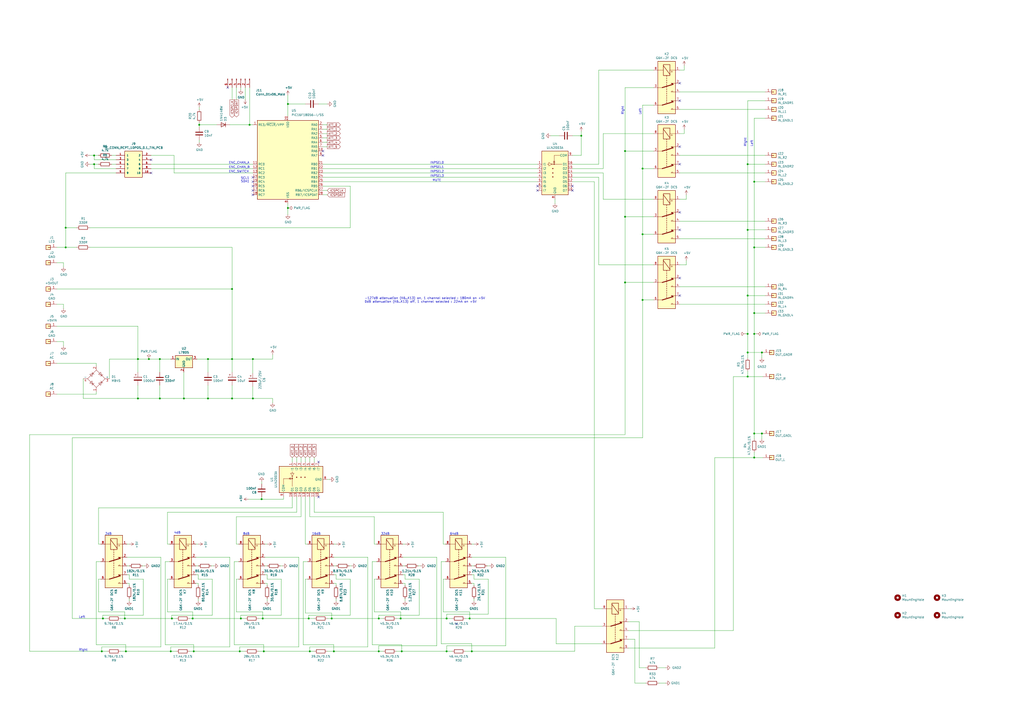
<source format=kicad_sch>
(kicad_sch (version 20211123) (generator eeschema)
  (paper "A2")
  (title_block (title "Audio Input Selector with Attenuator V2") (date "2022-08-27") (rev "2") (comment 1 "https://github.com/schenkmi/electronic-projects"))
  (junction (at 433.705 218.44))
  (junction (at 86.36 208.28))
  (junction (at 433.705 193.675))
  (junction (at 139.7 358.775))
  (junction (at 120.65 231.14))
  (junction (at 167.005 60.325))
  (junction (at 153.035 377.825))
  (junction (at 144.78 72.39))
  (junction (at 139.065 377.825))
  (junction (at 437.515 265.43))
  (junction (at 151.765 289.56))
  (junction (at 112.395 377.825))
  (junction (at 372.745 173.99))
  (junction (at 437.515 181.61))
  (junction (at 232.41 358.775))
  (junction (at 179.07 358.775))
  (junction (at 362.585 163.83))
  (junction (at 59.055 377.825))
  (junction (at 146.685 231.14))
  (junction (at 72.39 358.775))
  (junction (at 259.08 358.775))
  (junction (at 259.08 377.825))
  (junction (at 152.4 358.775))
  (junction (at 99.06 377.825))
  (junction (at 80.01 208.28))
  (junction (at 134.62 208.28))
  (junction (at 120.65 208.28))
  (junction (at 441.96 204.47))
  (junction (at 80.01 231.14))
  (junction (at 92.71 231.14))
  (junction (at 433.705 204.47))
  (junction (at 167.005 120.65))
  (junction (at 38.1 132.08))
  (junction (at 433.705 171.45))
  (junction (at 134.62 167.64))
  (junction (at 362.585 87.63))
  (junction (at 99.695 358.775))
  (junction (at 219.71 377.825))
  (junction (at 193.675 377.825))
  (junction (at 433.705 95.25))
  (junction (at 111.76 358.775))
  (junction (at 134.62 231.14))
  (junction (at 437.515 143.51))
  (junction (at 146.685 208.28))
  (junction (at 272.415 358.775))
  (junction (at 73.025 377.825))
  (junction (at 192.405 358.775))
  (junction (at 362.585 125.73))
  (junction (at 38.1 143.51))
  (junction (at 92.71 208.28))
  (junction (at 441.96 251.46))
  (junction (at 372.745 97.79))
  (junction (at 437.515 251.46))
  (junction (at 372.745 135.89))
  (junction (at 233.045 377.825))
  (junction (at 59.69 358.775))
  (junction (at 179.705 377.825))
  (junction (at 337.185 78.74))
  (junction (at 54.61 95.25))
  (junction (at 115.57 72.39))
  (junction (at 219.71 358.775))
  (junction (at 273.685 377.825))
  (junction (at 106.68 231.14))
  (junction (at 433.705 133.35))
  (junction (at 437.515 193.675))
  (junction (at 54.61 90.17))
  (junction (at 437.515 105.41))
  (no_connect (at 311.785 107.95))
  (no_connect (at 187.325 87.63))
  (no_connect (at 187.325 90.17))
  (no_connect (at 394.335 133.35))
  (no_connect (at 394.335 171.45))
  (no_connect (at 332.105 107.95))
  (no_connect (at 87.63 100.33))
  (no_connect (at 87.63 92.71))
  (no_connect (at 394.335 48.26))
  (no_connect (at 184.785 288.29))
  (no_connect (at 264.795 361.95))
  (no_connect (at 394.335 58.42))
  (no_connect (at 146.685 110.49))
  (no_connect (at 146.685 113.03))
  (no_connect (at 146.685 107.95))
  (no_connect (at 146.685 105.41))
  (no_connect (at 146.685 102.87))
  (no_connect (at 311.785 110.49))
  (no_connect (at 332.105 110.49))
  (no_connect (at 394.335 85.09))
  (no_connect (at 394.335 95.25))
  (no_connect (at 394.335 161.29))
  (no_connect (at 184.785 267.97))
  (no_connect (at 394.335 123.19))
  (no_connect (at 132.08 50.8))
  (wire (pts (xy 73.66 328.295) (xy 74.93 328.295)))
  (wire (pts (xy 72.39 358.775) (xy 99.695 358.775)))
  (wire (pts (xy 382.27 387.35) (xy 386.08 387.35)))
  (wire (pts (xy 72.39 354.965) (xy 72.39 358.775)))
  (wire (pts (xy 59.69 358.775) (xy 62.23 358.775)))
  (wire (pts (xy 179.705 265.43) (xy 179.705 267.97)))
  (wire (pts (xy 218.44 315.595) (xy 217.17 315.595)))
  (wire (pts (xy 189.865 377.825) (xy 193.675 377.825)))
  (wire (pts (xy 187.325 102.87) (xy 311.785 102.87)))
  (wire (pts (xy 433.705 204.47) (xy 441.96 204.47)))
  (wire (pts (xy 139.065 375.285) (xy 139.065 377.825)))
  (wire (pts (xy 153.67 333.375) (xy 154.94 333.375)))
  (wire (pts (xy 433.705 218.44) (xy 442.595 218.44)))
  (wire (pts (xy 396.875 77.47) (xy 396.875 74.93)))
  (wire (pts (xy 253.365 374.65) (xy 219.71 374.65)))
  (wire (pts (xy 172.085 265.43) (xy 172.085 267.97)))
  (wire (pts (xy 177.165 60.325) (xy 167.005 60.325)))
  (wire (pts (xy 344.805 105.41) (xy 332.105 105.41)))
  (wire (pts (xy 362.585 125.73) (xy 362.585 87.63)))
  (wire (pts (xy 154.94 335.915) (xy 163.195 335.915)))
  (wire (pts (xy 213.36 323.215) (xy 213.36 375.285)))
  (wire (pts (xy 139.065 377.825) (xy 142.24 377.825)))
  (wire (pts (xy 433.705 95.25) (xy 433.705 133.35)))
  (wire (pts (xy 55.88 210.82) (xy 55.88 212.09)))
  (wire (pts (xy 349.25 373.38) (xy 322.58 373.38)))
  (wire (pts (xy 55.88 325.755) (xy 55.88 374.015)))
  (wire (pts (xy 97.155 354.965) (xy 111.76 354.965)))
  (wire (pts (xy 437.515 193.675) (xy 437.515 251.46)))
  (wire (pts (xy 57.15 315.595) (xy 57.15 294.64)))
  (wire (pts (xy 437.515 105.41) (xy 437.515 68.58)))
  (wire (pts (xy 38.1 132.08) (xy 38.1 143.51)))
  (wire (pts (xy 38.1 100.33) (xy 67.31 100.33)))
  (wire (pts (xy 364.49 370.84) (xy 368.3 370.84)))
  (wire (pts (xy 54.61 92.71) (xy 54.61 90.17)))
  (wire (pts (xy 187.325 105.41) (xy 311.785 105.41)))
  (wire (pts (xy 67.31 92.71) (xy 54.61 92.71)))
  (wire (pts (xy 73.025 374.015) (xy 73.025 377.825)))
  (wire (pts (xy 203.2 107.95) (xy 203.2 132.08)))
  (wire (pts (xy 149.86 358.775) (xy 152.4 358.775)))
  (wire (pts (xy 432.435 193.675) (xy 433.705 193.675)))
  (wire (pts (xy 443.865 138.43) (xy 394.335 138.43)))
  (wire (pts (xy 139.7 356.87) (xy 139.7 358.775)))
  (wire (pts (xy 437.515 143.51) (xy 443.865 143.51)))
  (wire (pts (xy 122.555 328.295) (xy 123.825 328.295)))
  (wire (pts (xy 179.07 356.87) (xy 179.07 358.775)))
  (wire (pts (xy 217.17 315.595) (xy 217.17 299.72)))
  (wire (pts (xy 114.935 335.915) (xy 123.19 335.915)))
  (wire (pts (xy 344.805 353.06) (xy 349.25 353.06)))
  (wire (pts (xy 293.37 374.65) (xy 259.08 374.65)))
  (wire (pts (xy 106.68 231.14) (xy 92.71 231.14)))
  (wire (pts (xy 137.16 335.915) (xy 137.16 354.965)))
  (wire (pts (xy 273.685 373.38) (xy 273.685 377.825)))
  (wire (pts (xy 362.585 50.8) (xy 379.095 50.8)))
  (wire (pts (xy 134.62 231.14) (xy 120.65 231.14)))
  (wire (pts (xy 257.175 335.915) (xy 257.175 354.965)))
  (wire (pts (xy 433.705 204.47) (xy 433.705 207.645)))
  (wire (pts (xy 274.955 347.345) (xy 274.955 348.615)))
  (wire (pts (xy 189.865 358.775) (xy 192.405 358.775)))
  (wire (pts (xy 372.745 173.99) (xy 372.745 135.89)))
  (wire (pts (xy 133.35 72.39) (xy 144.78 72.39)))
  (wire (pts (xy 269.875 377.825) (xy 273.685 377.825)))
  (wire (pts (xy 59.055 375.285) (xy 59.055 377.825)))
  (wire (pts (xy 332.105 95.25) (xy 347.345 95.25)))
  (wire (pts (xy 55.88 374.015) (xy 73.025 374.015)))
  (wire (pts (xy 169.545 265.43) (xy 169.545 267.97)))
  (wire (pts (xy 233.68 315.595) (xy 234.95 315.595)))
  (wire (pts (xy 93.345 375.285) (xy 59.055 375.285)))
  (wire (pts (xy 151.765 289.56) (xy 164.465 289.56)))
  (wire (pts (xy 95.885 374.015) (xy 112.395 374.015)))
  (wire (pts (xy 368.3 396.24) (xy 374.65 396.24)))
  (wire (pts (xy 97.155 335.915) (xy 97.155 354.965)))
  (wire (pts (xy 213.36 375.285) (xy 179.705 375.285)))
  (wire (pts (xy 92.71 215.9) (xy 92.71 208.28)))
  (wire (pts (xy 59.69 356.87) (xy 59.69 358.775)))
  (wire (pts (xy 97.155 315.595) (xy 98.425 315.595)))
  (wire (pts (xy 146.685 100.33) (xy 100.965 100.33)))
  (wire (pts (xy 372.745 97.79) (xy 372.745 60.96)))
  (wire (pts (xy 332.105 90.17) (xy 337.185 90.17)))
  (wire (pts (xy 177.165 355.6) (xy 192.405 355.6)))
  (wire (pts (xy 194.945 347.345) (xy 194.945 348.615)))
  (wire (pts (xy 425.45 218.44) (xy 425.45 365.76)))
  (wire (pts (xy 414.655 265.43) (xy 437.515 265.43)))
  (wire (pts (xy 74.93 335.915) (xy 83.185 335.915)))
  (wire (pts (xy 114.3 208.28) (xy 120.65 208.28)))
  (wire (pts (xy 179.705 299.72) (xy 179.705 288.29)))
  (wire (pts (xy 83.185 335.915) (xy 83.185 356.87)))
  (wire (pts (xy 64.77 90.17) (xy 67.31 90.17)))
  (wire (pts (xy 272.415 358.775) (xy 322.58 358.775)))
  (wire (pts (xy 106.68 215.9) (xy 106.68 231.14)))
  (wire (pts (xy 134.62 143.51) (xy 134.62 167.64)))
  (wire (pts (xy 187.325 95.25) (xy 311.785 95.25)))
  (wire (pts (xy 178.435 315.595) (xy 177.165 315.595)))
  (wire (pts (xy 219.71 377.825) (xy 222.25 377.825)))
  (wire (pts (xy 17.145 252.095) (xy 362.585 252.095)))
  (wire (pts (xy 194.945 335.915) (xy 203.2 335.915)))
  (wire (pts (xy 362.585 125.73) (xy 379.095 125.73)))
  (wire (pts (xy 273.685 315.595) (xy 274.955 315.595)))
  (wire (pts (xy 441.96 251.46) (xy 441.96 254.635)))
  (wire (pts (xy 114.935 339.725) (xy 114.935 338.455)))
  (wire (pts (xy 437.515 181.61) (xy 437.515 193.675)))
  (wire (pts (xy 137.16 50.8) (xy 137.16 57.785)))
  (wire (pts (xy 73.66 333.375) (xy 74.93 333.375)))
  (wire (pts (xy 203.2 335.915) (xy 203.2 356.87)))
  (wire (pts (xy 257.175 315.595) (xy 257.175 297.18)))
  (wire (pts (xy 174.625 265.43) (xy 174.625 267.97)))
  (wire (pts (xy 138.43 325.755) (xy 135.89 325.755)))
  (wire (pts (xy 182.245 297.18) (xy 182.245 288.29)))
  (wire (pts (xy 92.71 208.28) (xy 99.06 208.28)))
  (wire (pts (xy 332.105 100.33) (xy 349.885 100.33)))
  (wire (pts (xy 38.1 143.51) (xy 44.45 143.51)))
  (wire (pts (xy 218.44 335.915) (xy 217.17 335.915)))
  (wire (pts (xy 219.71 358.775) (xy 222.25 358.775)))
  (wire (pts (xy 337.185 78.74) (xy 337.185 90.17)))
  (wire (pts (xy 154.94 339.725) (xy 154.94 338.455)))
  (wire (pts (xy 437.515 181.61) (xy 437.515 143.51)))
  (wire (pts (xy 174.625 299.72) (xy 137.16 299.72)))
  (wire (pts (xy 111.76 354.965) (xy 111.76 358.775)))
  (wire (pts (xy 234.95 333.375) (xy 234.95 335.915)))
  (wire (pts (xy 153.035 377.825) (xy 179.705 377.825)))
  (wire (pts (xy 218.44 325.755) (xy 215.9 325.755)))
  (wire (pts (xy 109.855 358.775) (xy 111.76 358.775)))
  (wire (pts (xy 152.4 358.775) (xy 179.07 358.775)))
  (wire (pts (xy 54.61 90.17) (xy 57.15 90.17)))
  (wire (pts (xy 74.93 333.375) (xy 74.93 335.915)))
  (wire (pts (xy 233.68 328.295) (xy 234.95 328.295)))
  (wire (pts (xy 36.83 200.66) (xy 36.83 198.12)))
  (wire (pts (xy 349.25 363.22) (xy 333.375 363.22)))
  (wire (pts (xy 347.345 102.87) (xy 347.345 153.67)))
  (wire (pts (xy 69.85 358.775) (xy 72.39 358.775)))
  (wire (pts (xy 169.545 294.64) (xy 169.545 288.29)))
  (wire (pts (xy 259.08 374.65) (xy 259.08 377.825)))
  (wire (pts (xy 164.465 288.29) (xy 164.465 289.56)))
  (wire (pts (xy 441.96 251.46) (xy 442.595 251.46)))
  (wire (pts (xy 41.91 254) (xy 372.745 254)))
  (wire (pts (xy 443.865 166.37) (xy 394.335 166.37)))
  (wire (pts (xy 177.165 265.43) (xy 177.165 267.97)))
  (wire (pts (xy 443.865 176.53) (xy 394.335 176.53)))
  (wire (pts (xy 134.62 208.28) (xy 146.685 208.28)))
  (wire (pts (xy 123.19 356.87) (xy 99.695 356.87)))
  (wire (pts (xy 152.4 354.965) (xy 152.4 358.775)))
  (wire (pts (xy 433.705 215.265) (xy 433.705 218.44)))
  (wire (pts (xy 437.515 143.51) (xy 437.515 105.41)))
  (wire (pts (xy 74.93 347.345) (xy 74.93 348.615)))
  (wire (pts (xy 112.395 374.015) (xy 112.395 377.825)))
  (wire (pts (xy 63.5 208.28) (xy 63.5 219.71)))
  (wire (pts (xy 177.165 315.595) (xy 177.165 288.29)))
  (wire (pts (xy 370.84 360.68) (xy 364.49 360.68)))
  (wire (pts (xy 144.78 50.8) (xy 144.78 72.39)))
  (wire (pts (xy 274.955 338.455) (xy 273.685 338.455)))
  (wire (pts (xy 182.245 265.43) (xy 182.245 267.97)))
  (wire (pts (xy 123.19 335.915) (xy 123.19 356.87)))
  (wire (pts (xy 87.63 90.17) (xy 100.965 90.17)))
  (wire (pts (xy 67.31 95.25) (xy 64.77 95.25)))
  (wire (pts (xy 113.665 333.375) (xy 114.935 333.375)))
  (wire (pts (xy 202.565 328.295) (xy 203.835 328.295)))
  (wire (pts (xy 187.325 82.55) (xy 189.865 82.55)))
  (wire (pts (xy 135.89 374.015) (xy 153.035 374.015)))
  (wire (pts (xy 153.67 315.595) (xy 154.94 315.595)))
  (wire (pts (xy 437.515 193.675) (xy 438.785 193.675)))
  (wire (pts (xy 349.885 115.57) (xy 379.095 115.57)))
  (wire (pts (xy 134.62 223.52) (xy 134.62 231.14)))
  (wire (pts (xy 69.85 377.825) (xy 73.025 377.825)))
  (wire (pts (xy 92.71 208.28) (xy 86.36 208.28)))
  (wire (pts (xy 364.49 365.76) (xy 425.45 365.76)))
  (wire (pts (xy 192.405 358.775) (xy 219.71 358.775)))
  (wire (pts (xy 73.025 377.825) (xy 99.06 377.825)))
  (wire (pts (xy 443.865 100.33) (xy 394.335 100.33)))
  (wire (pts (xy 192.405 355.6) (xy 192.405 358.775)))
  (wire (pts (xy 67.31 97.79) (xy 54.61 97.79)))
  (wire (pts (xy 234.95 347.345) (xy 234.95 348.615)))
  (wire (pts (xy 87.63 95.25) (xy 146.685 95.25)))
  (wire (pts (xy 274.955 333.375) (xy 274.955 335.915)))
  (wire (pts (xy 133.35 323.215) (xy 133.35 375.285)))
  (wire (pts (xy 153.67 323.215) (xy 173.355 323.215)))
  (wire (pts (xy 193.675 374.015) (xy 193.675 377.825)))
  (wire (pts (xy 379.095 173.99) (xy 372.745 173.99)))
  (wire (pts (xy 193.675 315.595) (xy 194.945 315.595)))
  (wire (pts (xy 142.24 50.8) (xy 142.24 57.785)))
  (wire (pts (xy 443.865 58.42) (xy 433.705 58.42)))
  (wire (pts (xy 59.055 377.825) (xy 62.23 377.825)))
  (wire (pts (xy 73.66 323.215) (xy 93.345 323.215)))
  (wire (pts (xy 437.515 262.255) (xy 437.515 265.43)))
  (wire (pts (xy 38.1 132.08) (xy 38.1 100.33)))
  (wire (pts (xy 193.675 323.215) (xy 213.36 323.215)))
  (wire (pts (xy 203.2 356.87) (xy 179.07 356.87)))
  (wire (pts (xy 163.195 356.87) (xy 139.7 356.87)))
  (wire (pts (xy 372.745 254) (xy 372.745 173.99)))
  (wire (pts (xy 258.445 325.755) (xy 255.905 325.755)))
  (wire (pts (xy 332.105 78.74) (xy 337.185 78.74)))
  (wire (pts (xy 149.86 377.825) (xy 153.035 377.825)))
  (wire (pts (xy 349.885 97.79) (xy 349.885 77.47)))
  (wire (pts (xy 441.96 204.47) (xy 442.595 204.47)))
  (wire (pts (xy 80.01 215.9) (xy 80.01 208.28)))
  (wire (pts (xy 229.87 358.775) (xy 232.41 358.775)))
  (wire (pts (xy 99.695 356.87) (xy 99.695 358.775)))
  (wire (pts (xy 443.865 181.61) (xy 437.515 181.61)))
  (wire (pts (xy 443.865 63.5) (xy 394.335 63.5)))
  (wire (pts (xy 187.325 85.09) (xy 189.865 85.09)))
  (wire (pts (xy 154.94 347.345) (xy 154.94 348.615)))
  (wire (pts (xy 33.02 210.82) (xy 55.88 210.82)))
  (wire (pts (xy 95.885 325.755) (xy 95.885 374.015)))
  (wire (pts (xy 36.83 198.12) (xy 33.02 198.12)))
  (wire (pts (xy 134.62 231.14) (xy 146.685 231.14)))
  (wire (pts (xy 394.335 77.47) (xy 396.875 77.47)))
  (wire (pts (xy 219.71 374.65) (xy 219.71 377.825)))
  (wire (pts (xy 167.005 55.245) (xy 167.005 60.325)))
  (wire (pts (xy 74.93 339.725) (xy 74.93 338.455)))
  (wire (pts (xy 273.685 333.375) (xy 274.955 333.375)))
  (wire (pts (xy 134.62 167.64) (xy 33.02 167.64)))
  (wire (pts (xy 193.675 328.295) (xy 194.945 328.295)))
  (wire (pts (xy 187.325 80.01) (xy 189.865 80.01)))
  (wire (pts (xy 433.705 58.42) (xy 433.705 95.25)))
  (wire (pts (xy 109.855 377.825) (xy 112.395 377.825)))
  (wire (pts (xy 58.42 335.915) (xy 57.15 335.915)))
  (wire (pts (xy 33.02 143.51) (xy 38.1 143.51)))
  (wire (pts (xy 57.15 354.965) (xy 72.39 354.965)))
  (wire (pts (xy 257.175 354.965) (xy 272.415 354.965)))
  (wire (pts (xy 269.875 358.775) (xy 272.415 358.775)))
  (wire (pts (xy 115.57 72.39) (xy 115.57 71.12)))
  (wire (pts (xy 443.865 128.27) (xy 394.335 128.27)))
  (wire (pts (xy 134.62 215.9) (xy 134.62 208.28)))
  (wire (pts (xy 133.35 375.285) (xy 99.06 375.285)))
  (wire (pts (xy 273.685 377.825) (xy 333.375 377.825)))
  (wire (pts (xy 167.005 124.46) (xy 167.005 120.65)))
  (wire (pts (xy 87.63 97.79) (xy 146.685 97.79)))
  (wire (pts (xy 187.325 72.39) (xy 189.865 72.39)))
  (wire (pts (xy 362.585 163.83) (xy 362.585 252.095)))
  (wire (pts (xy 134.62 208.28) (xy 120.65 208.28)))
  (wire (pts (xy 36.83 154.94) (xy 36.83 152.4)))
  (wire (pts (xy 139.7 358.775) (xy 142.24 358.775)))
  (wire (pts (xy 175.895 325.755) (xy 175.895 374.015)))
  (wire (pts (xy 370.84 387.35) (xy 370.84 360.68)))
  (wire (pts (xy 272.415 354.965) (xy 272.415 358.775)))
  (wire (pts (xy 144.78 72.39) (xy 146.685 72.39)))
  (wire (pts (xy 41.91 358.775) (xy 41.91 254)))
  (wire (pts (xy 146.685 208.28) (xy 158.115 208.28)))
  (wire (pts (xy 163.195 335.915) (xy 163.195 356.87)))
  (wire (pts (xy 92.71 223.52) (xy 92.71 231.14)))
  (wire (pts (xy 98.425 325.755) (xy 95.885 325.755)))
  (wire (pts (xy 57.15 95.25) (xy 54.61 95.25)))
  (wire (pts (xy 398.145 115.57) (xy 398.145 113.03)))
  (wire (pts (xy 344.805 353.06) (xy 344.805 105.41)))
  (wire (pts (xy 332.105 97.79) (xy 349.885 97.79)))
  (wire (pts (xy 243.205 356.87) (xy 219.71 356.87)))
  (wire (pts (xy 283.21 335.915) (xy 283.21 356.235)))
  (wire (pts (xy 362.585 87.63) (xy 362.585 50.8)))
  (wire (pts (xy 158.115 233.68) (xy 158.115 231.14)))
  (wire (pts (xy 112.395 377.825) (xy 139.065 377.825)))
  (wire (pts (xy 219.71 356.87) (xy 219.71 358.775)))
  (wire (pts (xy 332.105 102.87) (xy 347.345 102.87)))
  (wire (pts (xy 362.585 163.83) (xy 362.585 125.73)))
  (wire (pts (xy 425.45 218.44) (xy 433.705 218.44)))
  (wire (pts (xy 86.36 208.28) (xy 80.01 208.28)))
  (wire (pts (xy 232.41 358.775) (xy 259.08 358.775)))
  (wire (pts (xy 394.335 40.64) (xy 396.875 40.64)))
  (wire (pts (xy 83.185 356.87) (xy 59.69 356.87)))
  (wire (pts (xy 36.83 176.53) (xy 33.02 176.53)))
  (wire (pts (xy 259.08 356.235) (xy 259.08 358.775)))
  (wire (pts (xy 54.61 97.79) (xy 54.61 95.25)))
  (wire (pts (xy 187.325 100.33) (xy 311.785 100.33)))
  (wire (pts (xy 146.685 231.14) (xy 158.115 231.14)))
  (wire (pts (xy 154.94 338.455) (xy 153.67 338.455)))
  (wire (pts (xy 379.095 163.83) (xy 362.585 163.83)))
  (wire (pts (xy 215.9 325.755) (xy 215.9 374.015)))
  (wire (pts (xy 114.935 333.375) (xy 114.935 335.915)))
  (wire (pts (xy 347.345 153.67) (xy 379.095 153.67)))
  (wire (pts (xy 255.905 325.755) (xy 255.905 373.38)))
  (wire (pts (xy 52.07 143.51) (xy 134.62 143.51)))
  (wire (pts (xy 187.325 97.79) (xy 311.785 97.79)))
  (wire (pts (xy 321.945 118.11) (xy 321.945 115.57)))
  (wire (pts (xy 187.325 113.03) (xy 189.865 113.03)))
  (wire (pts (xy 17.145 377.825) (xy 59.055 377.825)))
  (wire (pts (xy 368.3 370.84) (xy 368.3 396.24)))
  (wire (pts (xy 137.16 354.965) (xy 152.4 354.965)))
  (wire (pts (xy 114.935 347.345) (xy 114.935 348.615)))
  (wire (pts (xy 134.62 208.28) (xy 134.62 167.64)))
  (wire (pts (xy 167.005 120.65) (xy 167.005 118.11)))
  (wire (pts (xy 433.705 171.45) (xy 433.705 193.675)))
  (wire (pts (xy 100.965 90.17) (xy 100.965 100.33)))
  (wire (pts (xy 99.06 375.285) (xy 99.06 377.825)))
  (wire (pts (xy 175.895 374.015) (xy 193.675 374.015)))
  (wire (pts (xy 178.435 335.915) (xy 177.165 335.915)))
  (wire (pts (xy 57.15 294.64) (xy 169.545 294.64)))
  (wire (pts (xy 293.37 323.215) (xy 293.37 374.65)))
  (wire (pts (xy 283.21 356.235) (xy 259.08 356.235)))
  (wire (pts (xy 172.085 297.18) (xy 97.155 297.18)))
  (wire (pts (xy 184.785 60.325) (xy 189.865 60.325)))
  (wire (pts (xy 55.88 228.6) (xy 55.88 227.33)))
  (wire (pts (xy 82.55 328.295) (xy 83.82 328.295)))
  (wire (pts (xy 234.95 339.725) (xy 234.95 338.455)))
  (wire (pts (xy 414.655 265.43) (xy 414.655 375.92)))
  (wire (pts (xy 154.94 333.375) (xy 154.94 335.915)))
  (wire (pts (xy 33.02 228.6) (xy 55.88 228.6)))
  (wire (pts (xy 372.745 135.89) (xy 372.745 97.79)))
  (wire (pts (xy 179.07 358.775) (xy 182.245 358.775)))
  (wire (pts (xy 111.76 358.775) (xy 139.7 358.775)))
  (wire (pts (xy 146.685 208.28) (xy 146.685 216.535)))
  (wire (pts (xy 187.325 107.95) (xy 203.2 107.95)))
  (wire (pts (xy 17.145 252.095) (xy 17.145 377.825)))
  (wire (pts (xy 259.08 377.825) (xy 262.255 377.825)))
  (wire (pts (xy 146.685 224.155) (xy 146.685 231.14)))
  (wire (pts (xy 179.705 375.285) (xy 179.705 377.825)))
  (wire (pts (xy 319.405 78.74) (xy 324.485 78.74)))
  (wire (pts (xy 194.945 339.725) (xy 194.945 338.455)))
  (wire (pts (xy 80.01 189.23) (xy 80.01 208.28)))
  (wire (pts (xy 137.16 299.72) (xy 137.16 315.595)))
  (wire (pts (xy 232.41 354.965) (xy 232.41 358.775)))
  (wire (pts (xy 394.335 115.57) (xy 398.145 115.57)))
  (wire (pts (xy 114.935 338.455) (xy 113.665 338.455)))
  (wire (pts (xy 233.68 333.375) (xy 234.95 333.375)))
  (wire (pts (xy 120.65 231.14) (xy 106.68 231.14)))
  (wire (pts (xy 233.045 374.015) (xy 233.045 377.825)))
  (wire (pts (xy 125.73 72.39) (xy 115.57 72.39)))
  (wire (pts (xy 113.665 323.215) (xy 133.35 323.215)))
  (wire (pts (xy 437.515 105.41) (xy 443.865 105.41)))
  (wire (pts (xy 58.42 315.595) (xy 57.15 315.595)))
  (wire (pts (xy 364.49 375.92) (xy 414.655 375.92)))
  (wire (pts (xy 243.205 335.915) (xy 243.205 356.87)))
  (wire (pts (xy 120.65 215.9) (xy 120.65 208.28)))
  (wire (pts (xy 437.515 251.46) (xy 437.515 254.635)))
  (wire (pts (xy 189.865 278.13) (xy 191.135 278.13)))
  (wire (pts (xy 74.93 338.455) (xy 73.66 338.455)))
  (wire (pts (xy 217.17 354.965) (xy 232.41 354.965)))
  (wire (pts (xy 322.58 358.775) (xy 322.58 373.38)))
  (wire (pts (xy 151.765 279.4) (xy 151.765 280.67)))
  (wire (pts (xy 115.57 73.66) (xy 115.57 72.39)))
  (wire (pts (xy 233.045 377.825) (xy 259.08 377.825)))
  (wire (pts (xy 372.745 60.96) (xy 379.095 60.96)))
  (wire (pts (xy 151.765 288.29) (xy 151.765 289.56)))
  (wire (pts (xy 233.68 323.215) (xy 253.365 323.215)))
  (wire (pts (xy 437.515 68.58) (xy 443.865 68.58)))
  (wire (pts (xy 362.585 87.63) (xy 379.095 87.63)))
  (wire (pts (xy 187.325 110.49) (xy 189.865 110.49)))
  (wire (pts (xy 441.96 204.47) (xy 441.96 207.645)))
  (wire (pts (xy 347.345 40.64) (xy 347.345 95.25)))
  (wire (pts (xy 172.085 288.29) (xy 172.085 297.18)))
  (wire (pts (xy 242.57 328.295) (xy 243.84 328.295)))
  (wire (pts (xy 349.885 77.47) (xy 379.095 77.47)))
  (wire (pts (xy 52.07 90.17) (xy 54.61 90.17)))
  (wire (pts (xy 433.705 133.35) (xy 443.865 133.35)))
  (wire (pts (xy 398.145 153.67) (xy 398.145 151.13)))
  (wire (pts (xy 255.905 373.38) (xy 273.685 373.38)))
  (wire (pts (xy 187.325 74.93) (xy 189.865 74.93)))
  (wire (pts (xy 93.345 323.215) (xy 93.345 375.285)))
  (wire (pts (xy 174.625 288.29) (xy 174.625 299.72)))
  (wire (pts (xy 115.57 82.55) (xy 115.57 81.28)))
  (wire (pts (xy 217.17 299.72) (xy 179.705 299.72)))
  (wire (pts (xy 273.685 323.215) (xy 293.37 323.215)))
  (wire (pts (xy 144.145 289.56) (xy 151.765 289.56)))
  (wire (pts (xy 158.115 205.74) (xy 158.115 208.28)))
  (wire (pts (xy 58.42 325.755) (xy 55.88 325.755)))
  (wire (pts (xy 57.15 335.915) (xy 57.15 354.965)))
  (wire (pts (xy 382.27 396.24) (xy 386.08 396.24)))
  (wire (pts (xy 337.185 76.2) (xy 337.185 78.74)))
  (wire (pts (xy 48.26 231.14) (xy 80.01 231.14)))
  (wire (pts (xy 173.355 375.285) (xy 139.065 375.285)))
  (wire (pts (xy 234.95 335.915) (xy 243.205 335.915)))
  (wire (pts (xy 258.445 335.915) (xy 257.175 335.915)))
  (wire (pts (xy 33.02 189.23) (xy 80.01 189.23)))
  (wire (pts (xy 177.165 335.915) (xy 177.165 355.6)))
  (wire (pts (xy 333.375 363.22) (xy 333.375 377.825)))
  (wire (pts (xy 396.875 40.64) (xy 396.875 38.1)))
  (wire (pts (xy 137.16 315.595) (xy 138.43 315.595)))
  (wire (pts (xy 113.665 315.595) (xy 114.935 315.595)))
  (wire (pts (xy 73.66 315.595) (xy 74.93 315.595)))
  (wire (pts (xy 347.345 40.64) (xy 379.095 40.64)))
  (wire (pts (xy 234.95 338.455) (xy 233.68 338.455)))
  (wire (pts (xy 179.705 377.825) (xy 182.245 377.825)))
  (wire (pts (xy 372.745 135.89) (xy 379.095 135.89)))
  (wire (pts (xy 173.355 323.215) (xy 173.355 375.285)))
  (wire (pts (xy 194.945 333.375) (xy 194.945 335.915)))
  (wire (pts (xy 99.06 377.825) (xy 102.235 377.825)))
  (wire (pts (xy 433.705 133.35) (xy 433.705 171.45)))
  (wire (pts (xy 92.71 231.14) (xy 80.01 231.14)))
  (wire (pts (xy 138.43 335.915) (xy 137.16 335.915)))
  (wire (pts (xy 52.07 132.08) (xy 203.2 132.08)))
  (wire (pts (xy 178.435 325.755) (xy 175.895 325.755)))
  (wire (pts (xy 54.61 95.25) (xy 52.07 95.25)))
  (wire (pts (xy 98.425 335.915) (xy 97.155 335.915)))
  (wire (pts (xy 48.26 219.71) (xy 48.26 231.14)))
  (wire (pts (xy 437.515 251.46) (xy 441.96 251.46)))
  (wire (pts (xy 99.695 358.775) (xy 102.235 358.775)))
  (wire (pts (xy 372.745 97.79) (xy 379.095 97.79)))
  (wire (pts (xy 36.83 152.4) (xy 33.02 152.4)))
  (wire (pts (xy 259.08 358.775) (xy 262.255 358.775)))
  (wire (pts (xy 120.65 223.52) (xy 120.65 231.14)))
  (wire (pts (xy 113.665 328.295) (xy 114.935 328.295)))
  (wire (pts (xy 153.67 328.295) (xy 154.94 328.295)))
  (wire (pts (xy 97.155 297.18) (xy 97.155 315.595)))
  (wire (pts (xy 433.705 193.675) (xy 433.705 204.47)))
  (wire (pts (xy 253.365 323.215) (xy 253.365 374.65)))
  (wire (pts (xy 273.685 328.295) (xy 274.955 328.295)))
  (wire (pts (xy 36.83 179.07) (xy 36.83 176.53)))
  (wire (pts (xy 167.005 60.325) (xy 167.005 67.31)))
  (wire (pts (xy 194.945 338.455) (xy 193.675 338.455)))
  (wire (pts (xy 374.65 387.35) (xy 370.84 387.35)))
  (wire (pts (xy 217.17 335.915) (xy 217.17 354.965)))
  (wire (pts (xy 44.45 132.08) (xy 38.1 132.08)))
  (wire (pts (xy 41.91 358.775) (xy 59.69 358.775)))
  (wire (pts (xy 187.325 77.47) (xy 189.865 77.47)))
  (wire (pts (xy 394.335 153.67) (xy 398.145 153.67)))
  (wire (pts (xy 394.335 53.34) (xy 443.865 53.34)))
  (wire (pts (xy 437.515 265.43) (xy 442.595 265.43)))
  (wire (pts (xy 349.885 100.33) (xy 349.885 115.57)))
  (wire (pts (xy 162.56 328.295) (xy 163.83 328.295)))
  (wire (pts (xy 274.955 339.725) (xy 274.955 338.455)))
  (wire (pts (xy 135.89 325.755) (xy 135.89 374.015)))
  (wire (pts (xy 193.675 377.825) (xy 219.71 377.825)))
  (wire (pts (xy 443.865 90.17) (xy 394.335 90.17)))
  (wire (pts (xy 115.57 63.5) (xy 115.57 62.23)))
  (wire (pts (xy 282.575 328.295) (xy 283.845 328.295)))
  (wire (pts (xy 257.175 297.18) (xy 182.245 297.18)))
  (wire (pts (xy 215.9 374.015) (xy 233.045 374.015)))
  (wire (pts (xy 193.675 333.375) (xy 194.945 333.375)))
  (wire (pts (xy 80.01 231.14) (xy 80.01 223.52)))
  (wire (pts (xy 80.01 208.28) (xy 63.5 208.28)))
  (wire (pts (xy 153.035 374.015) (xy 153.035 377.825)))
  (wire (pts (xy 364.49 353.06) (xy 365.76 353.06)))
  (wire (pts (xy 229.87 377.825) (xy 233.045 377.825)))
  (wire (pts (xy 433.705 171.45) (xy 443.865 171.45)))
  (wire (pts (xy 258.445 315.595) (xy 257.175 315.595)))
  (wire (pts (xy 134.62 50.8) (xy 134.62 57.785)))
  (wire (pts (xy 433.705 95.25) (xy 443.865 95.25)))
  (wire (pts (xy 139.7 50.8) (xy 139.7 52.07)))
  (wire (pts (xy 274.955 335.915) (xy 283.21 335.915)))
  (text "Right" (at 45.72 377.825 0) (effects (font (size 1.27 1.27)) (justify left bottom)))
  (text "8dB" (at 140.97 310.515 0) (effects (font (size 1.27 1.27)) (justify left bottom)))
  (text "32dB" (at 220.98 310.515 0) (effects (font (size 1.27 1.27)) (justify left bottom)))
  (text "INPSEL3" (at 249.555 102.87 0) (effects (font (size 1.27 1.27)) (justify left bottom)))
  (text "SCL1" (at 139.7 104.14 0) (effects (font (size 1.27 1.27)) (justify left bottom)))
  (text "Left" (at 372.11 66.675 90) (effects (font (size 1.27 1.27)) (justify left bottom)))
  (text "4dB" (at 100.965 309.88 0) (effects (font (size 1.27 1.27)) (justify left bottom)))
  (text "16dB" (at 180.975 310.515 0) (effects (font (size 1.27 1.27)) (justify left bottom)))
  (text "MUTE" (at 250.825 105.41 0) (effects (font (size 1.27 1.27)) (justify left bottom)))
  (text "ENC_SWITCH" (at 132.715 100.33 0) (effects (font (size 1.27 1.27)) (justify left bottom)))
  (text "SDA1" (at 139.7 106.045 0) (effects (font (size 1.27 1.27)) (justify left bottom)))
  (text "INPSEL0" (at 249.555 95.25 0) (effects (font (size 1.27 1.27)) (justify left bottom)))
  (text "ENC_CHAN_A" (at 132.715 95.25 0) (effects (font (size 1.27 1.27)) (justify left bottom)))
  (text "Right" (at 361.95 66.675 90) (effects (font (size 1.27 1.27)) (justify left bottom)))
  (text "Right" (at 433.07 85.09 90) (effects (font (size 1.27 1.27)) (justify left bottom)))
  (text "Left" (at 436.88 85.09 90) (effects (font (size 1.27 1.27)) (justify left bottom)))
  (text "2dB" (at 60.96 310.515 0) (effects (font (size 1.27 1.27)) (justify left bottom)))
  (text "Left" (at 45.72 358.775 0) (effects (font (size 1.27 1.27)) (justify left bottom)))
  (text "ENC_CHAN_B" (at 132.715 97.79 0) (effects (font (size 1.27 1.27)) (justify left bottom)))
  (text "64dB" (at 260.985 310.515 0) (effects (font (size 1.27 1.27)) (justify left bottom)))
  (text "-127dB attenuation (K6..K13) on, 1 channel selected : 180mA on +5V\n0dB attenuation (K6..K13) off, 1 channel selected : 22mA on +5V" (at 211.455 175.895 0) (effects (font (size 1.27 1.27)) (justify left bottom)))
  (text "INPSEL1" (at 249.555 97.79 0) (effects (font (size 1.27 1.27)) (justify left bottom)))
  (text "INPSEL2" (at 249.555 100.33 0) (effects (font (size 1.27 1.27)) (justify left bottom)))
  (global_label "ATT_2" (shape input) (at 174.625 265.43 90) (property "Intersheet References" "${INTERSHEET_REFS}" (effects hide)))
  (global_label "ATT_1" (shape input) (at 172.085 265.43 90) (property "Intersheet References" "${INTERSHEET_REFS}" (effects hide)))
  (global_label "ICSPDAT" (shape output) (at 137.16 57.785 270) (property "Intersheet References" "${INTERSHEET_REFS}" (effects hide)))
  (global_label "ATT_0" (shape output) (at 189.865 72.39 0) (property "Intersheet References" "${INTERSHEET_REFS}" (effects hide)))
  (global_label "ATT_3" (shape output) (at 189.865 80.01 0) (property "Intersheet References" "${INTERSHEET_REFS}" (effects hide)))
  (global_label "ATT_5" (shape output) (at 189.865 85.09 0) (property "Intersheet References" "${INTERSHEET_REFS}" (effects hide)))
  (global_label "ATT_0" (shape input) (at 169.545 265.43 90) (property "Intersheet References" "${INTERSHEET_REFS}" (effects hide)))
  (global_label "ICSPDAT" (shape input) (at 189.865 113.03 0) (property "Intersheet References" "${INTERSHEET_REFS}" (effects hide)))
  (global_label "ATT_5" (shape input) (at 182.245 265.43 90) (property "Intersheet References" "${INTERSHEET_REFS}" (effects hide)))
  (global_label "ICSPCLK" (shape input) (at 189.865 110.49 0) (property "Intersheet References" "${INTERSHEET_REFS}" (effects hide)))
  (global_label "ATT_4" (shape output) (at 189.865 82.55 0) (property "Intersheet References" "${INTERSHEET_REFS}" (effects hide)))
  (global_label "ATT_1" (shape output) (at 189.865 74.93 0) (property "Intersheet References" "${INTERSHEET_REFS}" (effects hide)))
  (global_label "ATT_2" (shape output) (at 189.865 77.47 0) (property "Intersheet References" "${INTERSHEET_REFS}" (effects hide)))
  (global_label "ICSPCLK" (shape output) (at 134.62 57.785 270) (property "Intersheet References" "${INTERSHEET_REFS}" (effects hide)))
  (global_label "ATT_3" (shape input) (at 177.165 265.43 90) (property "Intersheet References" "${INTERSHEET_REFS}" (effects hide)))
  (global_label "ATT_4" (shape input) (at 179.705 265.43 90) (property "Intersheet References" "${INTERSHEET_REFS}" (effects hide)))
  (symbol (lib_id "Mechanical:MountingHole") (at 520.7 346.71 0) (unit 1)
    (property "Reference" "H1" (at 523.24 345.5416 0) (effects (justify left)))
    (property "Value" "MountingHole" (at 523.24 347.853 0) (effects (justify left)))
    (property "Footprint" "MountingHole:MountingHole_3.2mm_M3" (effects hide))
  )
  (symbol (lib_id "Mechanical:MountingHole") (at 543.56 346.71 0) (unit 1)
    (property "Reference" "H3" (at 546.1 345.5416 0) (effects (justify left)))
    (property "Value" "MountingHole" (at 546.1 347.853 0) (effects (justify left)))
    (property "Footprint" "MountingHole:MountingHole_3.2mm_M3" (effects hide))
  )
  (symbol (lib_id "Mechanical:MountingHole") (at 520.7 356.87 0) (unit 1)
    (property "Reference" "H2" (at 523.24 355.7016 0) (effects (justify left)))
    (property "Value" "MountingHole" (at 523.24 358.013 0) (effects (justify left)))
    (property "Footprint" "MountingHole:MountingHole_3.2mm_M3" (effects hide))
  )
  (symbol (lib_id "Mechanical:MountingHole") (at 543.56 356.87 0) (unit 1)
    (property "Reference" "H4" (at 546.1 355.7016 0) (effects (justify left)))
    (property "Value" "MountingHole" (at 546.1 358.013 0) (effects (justify left)))
    (property "Footprint" "MountingHole:MountingHole_3.2mm_M3" (effects hide))
  )
  (symbol (lib_id "Relay:G6K-2") (at 386.715 50.8 270) (unit 1)
    (property "Reference" "K2" (at 386.715 31.3182 90))
    (property "Value" "G6K-2F DC5" (at 386.715 33.6296 90))
    (property "Footprint" "Relay_SMD:Relay_DPDT_Omron_G6K-2F" (effects hide))
    (property "Datasheet" "http://omronfs.omron.com/en_US/ecb/products/pdf/en-g6k.pdf" (effects hide))
  )
  (symbol (lib_id "Transistor_Array:ULN2003A") (at 321.945 100.33 0) (unit 1)
    (property "Reference" "U4" (at 321.945 83.3882 0))
    (property "Value" "ULN2003A" (at 321.945 85.6996 0))
    (property "Footprint" "Package_SO:SOIC-16_3.9x9.9mm_P1.27mm" (effects hide))
    (property "Datasheet" "http://www.ti.com/lit/ds/symlink/uln2003a.pdf" (effects hide))
  )
  (symbol (lib_id "Device:R") (at 48.26 143.51 270) (unit 1)
    (property "Reference" "R2" (at 48.26 138.2522 90))
    (property "Value" "330R" (at 48.26 140.5636 90))
    (property "Footprint" "Resistor_SMD:R_0805_2012Metric_Pad1.20x1.40mm_HandSolder" (effects hide))
  )
  (symbol (lib_id "Relay:G6K-2") (at 386.715 87.63 270) (unit 1)
    (property "Reference" "K3" (at 386.715 68.1482 90))
    (property "Value" "G6K-2F DC5" (at 386.715 70.4596 90))
    (property "Footprint" "Relay_SMD:Relay_DPDT_Omron_G6K-2F" (effects hide))
    (property "Datasheet" "http://omronfs.omron.com/en_US/ecb/products/pdf/en-g6k.pdf" (effects hide))
  )
  (symbol (lib_id "Relay:G6K-2") (at 386.715 125.73 270) (unit 1)
    (property "Reference" "K4" (at 386.715 106.2482 90))
    (property "Value" "G6K-2F DC5" (at 386.715 108.5596 90))
    (property "Footprint" "Relay_SMD:Relay_DPDT_Omron_G6K-2F" (effects hide))
    (property "Datasheet" "http://omronfs.omron.com/en_US/ecb/products/pdf/en-g6k.pdf" (effects hide))
  )
  (symbol (lib_id "Relay:G6K-2") (at 386.715 163.83 270) (unit 1)
    (property "Reference" "K5" (at 386.715 144.3482 90))
    (property "Value" "G6K-2F DC5" (at 386.715 146.6596 90))
    (property "Footprint" "Relay_SMD:Relay_DPDT_Omron_G6K-2F" (effects hide))
    (property "Datasheet" "http://omronfs.omron.com/en_US/ecb/products/pdf/en-g6k.pdf" (effects hide))
  )
  (symbol (lib_id "Device:C_Polarized") (at 80.01 219.71 0) (unit 1)
    (property "Reference" "C1" (at 83.0072 218.5416 0) (effects (justify left)))
    (property "Value" "1000uF" (at 83.0072 220.853 0) (effects (justify left)))
    (property "Footprint" "Capacitor_THT:CP_Radial_D12.5mm_P5.00mm" (effects hide))
  )
  (symbol (lib_id "Device:C") (at 120.65 219.71 0) (unit 1)
    (property "Reference" "C3" (at 123.571 218.5416 0) (effects (justify left)))
    (property "Value" "100nF" (at 123.571 220.853 0) (effects (justify left)))
    (property "Footprint" "Capacitor_SMD:C_0805_2012Metric_Pad1.18x1.45mm_HandSolder" (effects hide))
  )
  (symbol (lib_id "Device:C") (at 92.71 219.71 0) (unit 1)
    (property "Reference" "C2" (at 95.631 218.5416 0) (effects (justify left)))
    (property "Value" "330nF" (at 95.631 220.853 0) (effects (justify left)))
    (property "Footprint" "Capacitor_SMD:C_0805_2012Metric_Pad1.18x1.45mm_HandSolder" (effects hide))
  )
  (symbol (lib_id "Connector_Generic:Conn_01x01") (at 27.94 228.6 180) (unit 1)
    (property "Reference" "J8" (at 30.0228 222.885 0))
    (property "Value" "AC" (at 30.0228 225.1964 0))
    (property "Footprint" "Connector_Pin:Pin_D1.0mm_L10.0mm" (effects hide))
  )
  (symbol (lib_id "Connector_Generic:Conn_01x01") (at 27.94 210.82 180) (unit 1)
    (property "Reference" "J7" (at 30.0228 205.105 0))
    (property "Value" "AC" (at 30.0228 207.4164 0))
    (property "Footprint" "Connector_Pin:Pin_D1.0mm_L10.0mm" (effects hide))
  )
  (symbol (lib_id "Connector_Generic:Conn_01x01") (at 27.94 198.12 180) (unit 1)
    (property "Reference" "J6" (at 30.0228 192.405 0))
    (property "Value" "GND" (at 30.0228 194.7164 0))
    (property "Footprint" "Connector_Pin:Pin_D1.0mm_L10.0mm" (effects hide))
  )
  (symbol (lib_id "Connector_Generic:Conn_01x01") (at 27.94 189.23 180) (unit 1)
    (property "Reference" "J5" (at 30.0228 183.515 0))
    (property "Value" "+5VIN" (at 30.0228 185.8264 0))
    (property "Footprint" "Connector_Pin:Pin_D1.0mm_L10.0mm" (effects hide))
  )
  (symbol (lib_id "Device:R") (at 48.26 132.08 270) (unit 1)
    (property "Reference" "R1" (at 48.26 126.8222 90))
    (property "Value" "330R" (at 48.26 129.1336 90))
    (property "Footprint" "Resistor_SMD:R_0805_2012Metric_Pad1.20x1.40mm_HandSolder" (effects hide))
  )
  (symbol (lib_id "Connector_Generic:Conn_01x01") (at 27.94 152.4 180) (unit 1)
    (property "Reference" "J2" (at 30.0228 146.685 0))
    (property "Value" "GND" (at 30.0228 148.9964 0))
    (property "Footprint" "Connector_Pin:Pin_D1.0mm_L10.0mm" (effects hide))
  )
  (symbol (lib_id "Connector_Generic:Conn_01x01") (at 27.94 143.51 180) (unit 1)
    (property "Reference" "J1" (at 30.0228 137.795 0))
    (property "Value" "LED" (at 30.0228 140.1064 0))
    (property "Footprint" "Connector_Pin:Pin_D1.0mm_L10.0mm" (effects hide))
  )
  (symbol (lib_id "power:GND") (at 36.83 200.66 0) (unit 1)
    (property "Reference" "#PWR0104" (effects hide))
    (property "Value" "GND" (at 36.957 205.0542 0))
  )
  (symbol (lib_id "power:+5V") (at 158.115 205.74 0) (unit 1)
    (property "Reference" "#PWR0106" (effects hide))
    (property "Value" "+5V" (at 158.496 201.3458 0))
  )
  (symbol (lib_id "power:GND") (at 158.115 233.68 0) (unit 1)
    (property "Reference" "#PWR0107" (effects hide))
    (property "Value" "GND" (at 158.242 238.0742 0))
  )
  (symbol (lib_id "Connector_Generic:Conn_01x01") (at 27.94 176.53 180) (unit 1)
    (property "Reference" "J4" (at 30.0228 170.815 0))
    (property "Value" "GND" (at 30.0228 173.1264 0))
    (property "Footprint" "Connector_Pin:Pin_D1.0mm_L10.0mm" (effects hide))
  )
  (symbol (lib_id "Connector_Generic:Conn_01x01") (at 27.94 167.64 180) (unit 1)
    (property "Reference" "J3" (at 30.0228 161.925 0))
    (property "Value" "+5VOUT" (at 30.0228 164.2364 0))
    (property "Footprint" "Connector_Pin:Pin_D1.0mm_L10.0mm" (effects hide))
  )
  (symbol (lib_id "power:GND") (at 36.83 179.07 0) (unit 1)
    (property "Reference" "#PWR0108" (effects hide))
    (property "Value" "GND" (at 36.957 183.4642 0))
  )
  (symbol (lib_id "power:GND") (at 36.83 154.94 0) (unit 1)
    (property "Reference" "#PWR0109" (effects hide))
    (property "Value" "GND" (at 36.957 159.3342 0))
  )
  (symbol (lib_id "power:+5V") (at 337.185 76.2 0) (unit 1)
    (property "Reference" "#PWR0110" (effects hide))
    (property "Value" "+5V" (at 337.566 71.8058 0))
  )
  (symbol (lib_id "power:+5V") (at 396.875 38.1 0) (unit 1)
    (property "Reference" "#PWR0111" (effects hide))
    (property "Value" "+5V" (at 397.256 33.7058 0))
  )
  (symbol (lib_id "power:+5V") (at 396.875 74.93 0) (unit 1)
    (property "Reference" "#PWR0112" (effects hide))
    (property "Value" "+5V" (at 397.256 70.5358 0))
  )
  (symbol (lib_id "Device:C") (at 328.295 78.74 90) (unit 1)
    (property "Reference" "C5" (at 327.1266 75.819 0) (effects (justify left)))
    (property "Value" "100nF" (at 329.438 75.819 0) (effects (justify left)))
    (property "Footprint" "Capacitor_SMD:C_0805_2012Metric_Pad1.18x1.45mm_HandSolder" (effects hide))
  )
  (symbol (lib_id "Connector_Generic:Conn_01x01") (at 448.945 53.34 0) (unit 1)
    (property "Reference" "J18" (at 450.977 52.2732 0) (effects (justify left)))
    (property "Value" "IN_R1" (at 450.977 54.5846 0) (effects (justify left)))
    (property "Footprint" "Connector_Pin:Pin_D1.0mm_L10.0mm" (effects hide))
  )
  (symbol (lib_id "Connector_Generic:Conn_01x01") (at 448.945 58.42 0) (unit 1)
    (property "Reference" "J19" (at 450.977 57.3532 0) (effects (justify left)))
    (property "Value" "IN_GNDR1" (at 450.977 59.6646 0) (effects (justify left)))
    (property "Footprint" "Connector_Pin:Pin_D1.0mm_L10.0mm" (effects hide))
  )
  (symbol (lib_id "Connector_Generic:Conn_01x01") (at 448.945 63.5 0) (unit 1)
    (property "Reference" "J20" (at 450.977 62.4332 0) (effects (justify left)))
    (property "Value" "IN_L1" (at 450.977 64.7446 0) (effects (justify left)))
    (property "Footprint" "Connector_Pin:Pin_D1.0mm_L10.0mm" (effects hide))
  )
  (symbol (lib_id "Connector_Generic:Conn_01x01") (at 448.945 68.58 0) (unit 1)
    (property "Reference" "J21" (at 450.977 67.5132 0) (effects (justify left)))
    (property "Value" "IN_GNDL1" (at 450.977 69.8246 0) (effects (justify left)))
    (property "Footprint" "Connector_Pin:Pin_D1.0mm_L10.0mm" (effects hide))
  )
  (symbol (lib_id "Connector_Generic:Conn_01x01") (at 448.945 90.17 0) (unit 1)
    (property "Reference" "J22" (at 450.977 89.1032 0) (effects (justify left)))
    (property "Value" "IN_R2" (at 450.977 91.4146 0) (effects (justify left)))
    (property "Footprint" "Connector_Pin:Pin_D1.0mm_L10.0mm" (effects hide))
  )
  (symbol (lib_id "Connector_Generic:Conn_01x01") (at 448.945 95.25 0) (unit 1)
    (property "Reference" "J23" (at 450.977 94.1832 0) (effects (justify left)))
    (property "Value" "IN_GNDR2" (at 450.977 96.4946 0) (effects (justify left)))
    (property "Footprint" "Connector_Pin:Pin_D1.0mm_L10.0mm" (effects hide))
  )
  (symbol (lib_id "Connector_Generic:Conn_01x01") (at 448.945 100.33 0) (unit 1)
    (property "Reference" "J24" (at 450.977 99.2632 0) (effects (justify left)))
    (property "Value" "IN_L2" (at 450.977 101.5746 0) (effects (justify left)))
    (property "Footprint" "Connector_Pin:Pin_D1.0mm_L10.0mm" (effects hide))
  )
  (symbol (lib_id "Connector_Generic:Conn_01x01") (at 448.945 105.41 0) (unit 1)
    (property "Reference" "J25" (at 450.977 104.3432 0) (effects (justify left)))
    (property "Value" "IN_GNDL2" (at 450.977 106.6546 0) (effects (justify left)))
    (property "Footprint" "Connector_Pin:Pin_D1.0mm_L10.0mm" (effects hide))
  )
  (symbol (lib_id "Connector_Generic:Conn_01x01") (at 448.945 128.27 0) (unit 1)
    (property "Reference" "J26" (at 450.977 127.2032 0) (effects (justify left)))
    (property "Value" "IN_R3" (at 450.977 129.5146 0) (effects (justify left)))
    (property "Footprint" "Connector_Pin:Pin_D1.0mm_L10.0mm" (effects hide))
  )
  (symbol (lib_id "Connector_Generic:Conn_01x01") (at 448.945 133.35 0) (unit 1)
    (property "Reference" "J27" (at 450.977 132.2832 0) (effects (justify left)))
    (property "Value" "IN_GNDR3" (at 450.977 134.5946 0) (effects (justify left)))
    (property "Footprint" "Connector_Pin:Pin_D1.0mm_L10.0mm" (effects hide))
  )
  (symbol (lib_id "Connector_Generic:Conn_01x01") (at 448.945 138.43 0) (unit 1)
    (property "Reference" "J28" (at 450.977 137.3632 0) (effects (justify left)))
    (property "Value" "IN_L3" (at 450.977 139.6746 0) (effects (justify left)))
    (property "Footprint" "Connector_Pin:Pin_D1.0mm_L10.0mm" (effects hide))
  )
  (symbol (lib_id "Connector_Generic:Conn_01x01") (at 448.945 143.51 0) (unit 1)
    (property "Reference" "J29" (at 450.977 142.4432 0) (effects (justify left)))
    (property "Value" "IN_GNDL3" (at 450.977 144.7546 0) (effects (justify left)))
    (property "Footprint" "Connector_Pin:Pin_D1.0mm_L10.0mm" (effects hide))
  )
  (symbol (lib_id "Connector_Generic:Conn_01x01") (at 448.945 166.37 0) (unit 1)
    (property "Reference" "J30" (at 450.977 165.3032 0) (effects (justify left)))
    (property "Value" "IN_R4" (at 450.977 167.6146 0) (effects (justify left)))
    (property "Footprint" "Connector_Pin:Pin_D1.0mm_L10.0mm" (effects hide))
  )
  (symbol (lib_id "Connector_Generic:Conn_01x01") (at 448.945 171.45 0) (unit 1)
    (property "Reference" "J31" (at 450.977 170.3832 0) (effects (justify left)))
    (property "Value" "IN_GNDR4" (at 450.977 172.6946 0) (effects (justify left)))
    (property "Footprint" "Connector_Pin:Pin_D1.0mm_L10.0mm" (effects hide))
  )
  (symbol (lib_id "Connector_Generic:Conn_01x01") (at 448.945 176.53 0) (unit 1)
    (property "Reference" "J32" (at 450.977 175.4632 0) (effects (justify left)))
    (property "Value" "IN_L4" (at 450.977 177.7746 0) (effects (justify left)))
    (property "Footprint" "Connector_Pin:Pin_D1.0mm_L10.0mm" (effects hide))
  )
  (symbol (lib_id "Connector_Generic:Conn_01x01") (at 448.945 181.61 0) (unit 1)
    (property "Reference" "J33" (at 450.977 180.5432 0) (effects (justify left)))
    (property "Value" "IN_GNDL4" (at 450.977 182.8546 0) (effects (justify left)))
    (property "Footprint" "Connector_Pin:Pin_D1.0mm_L10.0mm" (effects hide))
  )
  (symbol (lib_id "Connector_Generic:Conn_01x01") (at 447.675 218.44 0) (unit 1)
    (property "Reference" "J14" (at 449.707 217.3732 0) (effects (justify left)))
    (property "Value" "OUT_R" (at 449.707 219.6846 0) (effects (justify left)))
    (property "Footprint" "Connector_Pin:Pin_D1.0mm_L10.0mm" (effects hide))
  )
  (symbol (lib_id "Connector_Generic:Conn_01x01") (at 447.675 204.47 0) (unit 1)
    (property "Reference" "J15" (at 449.707 203.4032 0) (effects (justify left)))
    (property "Value" "OUT_GNDR" (at 449.707 205.7146 0) (effects (justify left)))
    (property "Footprint" "Connector_Pin:Pin_D1.0mm_L10.0mm" (effects hide))
  )
  (symbol (lib_id "Connector_Generic:Conn_01x01") (at 447.675 265.43 0) (unit 1)
    (property "Reference" "J16" (at 449.707 264.3632 0) (effects (justify left)))
    (property "Value" "OUT_L" (at 449.707 266.6746 0) (effects (justify left)))
    (property "Footprint" "Connector_Pin:Pin_D1.0mm_L10.0mm" (effects hide))
  )
  (symbol (lib_id "Connector_Generic:Conn_01x01") (at 447.675 251.46 0) (unit 1)
    (property "Reference" "J17" (at 449.707 250.3932 0) (effects (justify left)))
    (property "Value" "OUT_GNDL" (at 449.707 252.7046 0) (effects (justify left)))
    (property "Footprint" "Connector_Pin:Pin_D1.0mm_L10.0mm" (effects hide))
  )
  (symbol (lib_id "power:+5V") (at 398.145 113.03 0) (unit 1)
    (property "Reference" "#PWR0113" (effects hide))
    (property "Value" "+5V" (at 398.526 108.6358 0))
  )
  (symbol (lib_id "power:+5V") (at 398.145 151.13 0) (unit 1)
    (property "Reference" "#PWR0114" (effects hide))
    (property "Value" "+5V" (at 398.526 146.7358 0))
  )
  (symbol (lib_id "power:GND") (at 319.405 78.74 270) (unit 1)
    (property "Reference" "#PWR0116" (effects hide))
    (property "Value" "GND" (at 315.0108 78.867 0))
  )
  (symbol (lib_id "Diode_Bridge:MB4S") (at 55.88 219.71 0) (unit 1)
    (property "Reference" "D1" (at 64.6176 218.5416 0) (effects (justify left)))
    (property "Value" "MB4S" (at 64.6176 220.853 0) (effects (justify left)))
    (property "Footprint" "Package_TO_SOT_SMD:TO-269AA" (effects hide))
    (property "Datasheet" "http://www.vishay.com/docs/88661/mb2s.pdf" (effects hide))
  )
  (symbol (lib_id "power:GND") (at 321.945 118.11 0) (unit 1)
    (property "Reference" "#PWR0119" (effects hide))
    (property "Value" "GND" (at 322.072 122.5042 0))
  )
  (symbol (lib_id "power:GND") (at 52.07 95.25 270) (unit 1)
    (property "Reference" "#PWR0120" (effects hide))
    (property "Value" "GND" (at 47.6758 95.377 0))
  )
  (symbol (lib_id "power:+5V") (at 52.07 90.17 90) (unit 1)
    (property "Reference" "#PWR0121" (effects hide))
    (property "Value" "+5V" (at 47.6758 89.789 0))
  )
  (symbol (lib_id "Device:R") (at 60.96 90.17 270) (unit 1)
    (property "Reference" "R5" (at 60.96 84.9122 90))
    (property "Value" "4.7k" (at 60.96 87.2236 90))
    (property "Footprint" "Resistor_SMD:R_0805_2012Metric_Pad1.20x1.40mm_HandSolder" (effects hide))
  )
  (symbol (lib_id "Device:R") (at 60.96 95.25 270) (unit 1)
    (property "Reference" "R6" (at 60.96 89.9922 90))
    (property "Value" "4.7k" (at 60.96 92.3036 90))
    (property "Footprint" "Resistor_SMD:R_0805_2012Metric_Pad1.20x1.40mm_HandSolder" (effects hide))
  )
  (symbol (lib_id "power:PWR_FLAG") (at 86.36 208.28 0) (unit 1)
    (property "Reference" "#FLG0101" (effects hide))
    (property "Value" "PWR_FLAG" (at 86.36 203.8858 0))
  )
  (symbol (lib_id "Regulator_Linear:L7805") (at 106.68 208.28 0) (unit 1)
    (property "Reference" "U2" (at 106.68 202.1332 0))
    (property "Value" "L7805" (at 106.68 204.4446 0))
    (property "Footprint" "Package_TO_SOT_THT:TO-220-3_Vertical" (effects hide))
    (property "Datasheet" "http://www.st.com/content/ccc/resource/technical/document/datasheet/41/4f/b3/b0/12/d4/47/88/CD00000444.pdf/files/CD00000444.pdf/jcr:content/translations/en.CD00000444.pdf" (effects hide))
  )
  (symbol (lib_id "kicad-snk:TE_CONN_RCPT_10POS_0.1_TIN_PCB") (at 77.47 95.25 0) (unit 1)
    (property "Reference" "J9" (at 77.47 83.3882 0))
    (property "Value" "TE_CONN_RCPT_10POS_0.1_TIN_PCB" (at 77.47 85.6996 0))
    (property "Footprint" "kicad-snk:TE_CONN_RCPT_10POS_0.1_TIN_PCB" (effects hide))
    (property "EU_RoHS_Compliance" "Compliant" (effects hide))
    (property "Comment" "1-338068-0" (effects hide))
  )
  (symbol (lib_id "Device:C_Polarized") (at 134.62 219.71 0) (unit 1)
    (property "Reference" "C4" (at 137.6172 218.5416 0) (effects (justify left)))
    (property "Value" "10uF" (at 137.6172 220.853 0) (effects (justify left)))
    (property "Footprint" "Capacitor_Tantalum_SMD:CP_EIA-3528-21_Kemet-B_Pad1.50x2.35mm_HandSolder" (effects hide))
  )
  (symbol (lib_id "power:+5V") (at 154.94 315.595 270) (unit 1)
    (property "Reference" "#PWR0133" (effects hide))
    (property "Value" "+5V" (at 159.3342 315.976 0))
  )
  (symbol (lib_id "power:GND") (at 191.135 278.13 90) (unit 1)
    (property "Reference" "#PWR0136" (effects hide))
    (property "Value" "GND" (at 195.5292 278.003 0))
  )
  (symbol (lib_id "power:+5V") (at 234.95 315.595 270) (unit 1)
    (property "Reference" "#PWR0139" (effects hide))
    (property "Value" "+5V" (at 239.3442 315.976 0))
  )
  (symbol (lib_id "Device:R") (at 266.065 358.775 90) (unit 1)
    (property "Reference" "R29" (at 266.065 364.0328 90))
    (property "Value" "46.4k/0.1%" (at 266.065 361.7214 90))
    (property "Footprint" "Resistor_SMD:R_0805_2012Metric_Pad1.20x1.40mm_HandSolder" (effects hide))
  )
  (symbol (lib_id "Device:R") (at 266.065 377.825 90) (unit 1)
    (property "Reference" "R30" (at 266.065 383.0828 90))
    (property "Value" "46.4k/0.1%" (at 266.065 380.7714 90))
    (property "Footprint" "Resistor_SMD:R_0805_2012Metric_Pad1.20x1.40mm_HandSolder" (effects hide))
  )
  (symbol (lib_id "Device:R") (at 278.765 328.295 90) (unit 1)
    (property "Reference" "R32" (at 278.765 333.5528 90))
    (property "Value" "29.4/0.1%" (at 278.765 331.2414 90))
    (property "Footprint" "Resistor_SMD:R_0805_2012Metric_Pad1.20x1.40mm_HandSolder" (effects hide))
  )
  (symbol (lib_id "Device:R") (at 74.93 343.535 180) (unit 1)
    (property "Reference" "R10" (at 80.1878 343.535 90))
    (property "Value" "182k/0.1%" (at 77.8764 343.535 90))
    (property "Footprint" "Resistor_SMD:R_0805_2012Metric_Pad1.20x1.40mm_HandSolder" (effects hide))
  )
  (symbol (lib_id "Connector:Conn_01x06_Male") (at 139.7 45.72 270) (unit 1)
    (property "Reference" "J11" (at 148.4376 52.3748 90) (effects (justify left)))
    (property "Value" "Conn_01x06_Male" (at 148.4376 54.6862 90) (effects (justify left)))
    (property "Footprint" "Connector_PinHeader_2.54mm:PinHeader_1x06_P2.54mm_Vertical" (effects hide))
  )
  (symbol (lib_id "Device:R") (at 106.045 377.825 90) (unit 1)
    (property "Reference" "R13" (at 106.045 383.0828 90))
    (property "Value" "17.4k/0.1%" (at 106.045 380.7714 90))
    (property "Footprint" "Resistor_SMD:R_0805_2012Metric_Pad1.20x1.40mm_HandSolder" (effects hide))
  )
  (symbol (lib_id "Device:R") (at 66.04 358.775 90) (unit 1)
    (property "Reference" "R8" (at 66.04 364.0328 90))
    (property "Value" "9.76k/0.1%" (at 66.04 361.7214 90))
    (property "Footprint" "Resistor_SMD:R_0805_2012Metric_Pad1.20x1.40mm_HandSolder" (effects hide))
  )
  (symbol (lib_id "Device:R") (at 146.05 358.775 90) (unit 1)
    (property "Reference" "R16" (at 146.05 364.0328 90))
    (property "Value" "28k/0.1%" (at 146.05 361.7214 90))
    (property "Footprint" "Resistor_SMD:R_0805_2012Metric_Pad1.20x1.40mm_HandSolder" (effects hide))
  )
  (symbol (lib_id "Device:R") (at 226.06 358.775 90) (unit 1)
    (property "Reference" "R25" (at 226.06 364.0328 90))
    (property "Value" "45.3k/0.1%" (at 226.06 361.7214 90))
    (property "Footprint" "Resistor_SMD:R_0805_2012Metric_Pad1.20x1.40mm_HandSolder" (effects hide))
  )
  (symbol (lib_id "power:GND") (at 189.865 60.325 90) (unit 1)
    (property "Reference" "#PWR0155" (effects hide))
    (property "Value" "GND" (at 194.2592 60.198 0))
  )
  (symbol (lib_id "Device:R") (at 194.945 343.535 180) (unit 1)
    (property "Reference" "R23" (at 200.2028 343.535 90))
    (property "Value" "8.87k/0.1%" (at 197.8914 343.535 90))
    (property "Footprint" "Resistor_SMD:R_0805_2012Metric_Pad1.20x1.40mm_HandSolder" (effects hide))
  )
  (symbol (lib_id "Device:R") (at 274.955 343.535 180) (unit 1)
    (property "Reference" "R31" (at 280.2128 343.535 90))
    (property "Value" "29.4/0.1%" (at 277.9014 343.535 90))
    (property "Footprint" "Resistor_SMD:R_0805_2012Metric_Pad1.20x1.40mm_HandSolder" (effects hide))
  )
  (symbol (lib_id "power:GND") (at 167.005 124.46 0) (unit 1)
    (property "Reference" "#PWR0156" (effects hide))
    (property "Value" "GND" (at 167.132 128.8542 0))
  )
  (symbol (lib_id "power:+5V") (at 74.93 315.595 270) (unit 1)
    (property "Reference" "#PWR0124" (effects hide))
    (property "Value" "+5V" (at 79.3242 315.976 0))
  )
  (symbol (lib_id "power:GND2") (at 83.82 328.295 90) (unit 1)
    (property "Reference" "#PWR0129" (effects hide))
    (property "Value" "GND2" (at 87.63 328.2949 90) (effects (justify right)))
  )
  (symbol (lib_id "Device:R") (at 66.04 377.825 90) (unit 1)
    (property "Reference" "R9" (at 66.04 383.0828 90))
    (property "Value" "9.76k/0.1%" (at 66.04 380.7714 90))
    (property "Footprint" "Resistor_SMD:R_0805_2012Metric_Pad1.20x1.40mm_HandSolder" (effects hide))
  )
  (symbol (lib_id "Device:R") (at 433.705 211.455 0) (unit 1)
    (property "Reference" "R3" (at 428.4472 211.455 90))
    (property "Value" "47.5k/0.1%" (at 430.7586 211.455 90))
    (property "Footprint" "Resistor_SMD:R_0805_2012Metric_Pad1.20x1.40mm_HandSolder" (effects hide))
  )
  (symbol (lib_id "Device:R") (at 198.755 328.295 90) (unit 1)
    (property "Reference" "R24" (at 198.755 333.5528 90))
    (property "Value" "8.87k/0.1%" (at 198.755 331.2414 90))
    (property "Footprint" "Resistor_SMD:R_0805_2012Metric_Pad1.20x1.40mm_HandSolder" (effects hide))
  )
  (symbol (lib_id "lt1115-phono-mm-mc-rescue:CP-Device") (at 146.685 220.345 0) (unit 1)
    (property "Reference" "C6" (at 153.162 220.345 90))
    (property "Value" "220uF/25V" (at 150.8506 220.345 90))
    (property "Footprint" "Capacitor_THT:CP_Radial_D8.0mm_P3.50mm" (effects hide))
  )
  (symbol (lib_id "power:+5V") (at 115.57 62.23 0) (unit 1)
    (property "Reference" "#PWR0153" (effects hide))
    (property "Value" "+5V" (at 115.951 57.8358 0))
  )
  (symbol (lib_id "Device:R") (at 78.74 328.295 90) (unit 1)
    (property "Reference" "R11" (at 78.74 333.5528 90))
    (property "Value" "182k/0.1%" (at 78.74 331.2414 90))
    (property "Footprint" "Resistor_SMD:R_0805_2012Metric_Pad1.20x1.40mm_HandSolder" (effects hide))
  )
  (symbol (lib_id "power:GND1") (at 386.08 396.24 90) (unit 1)
    (property "Reference" "#PWR0126" (effects hide))
    (property "Value" "GND1" (at 389.255 396.2399 90) (effects (justify right)))
  )
  (symbol (lib_id "Device:C") (at 180.975 60.325 90) (unit 1)
    (property "Reference" "C10" (at 179.8066 57.404 0) (effects (justify left)))
    (property "Value" "100nF" (at 182.118 57.404 0) (effects (justify left)))
    (property "Footprint" "Capacitor_SMD:C_0805_2012Metric_Pad1.18x1.45mm_HandSolder" (effects hide))
  )
  (symbol (lib_id "Device:R") (at 238.76 328.295 90) (unit 1)
    (property "Reference" "R28" (at 238.76 333.5528 90))
    (property "Value" "1.21k/0.1%" (at 238.76 331.2414 90))
    (property "Footprint" "Resistor_SMD:R_0805_2012Metric_Pad1.20x1.40mm_HandSolder" (effects hide))
  )
  (symbol (lib_id "power:PWR_FLAG") (at 438.785 193.675 270) (unit 1)
    (property "Reference" "#FLG0102" (effects hide))
    (property "Value" "PWR_FLAG" (at 442.0362 193.675 90) (effects (justify left)))
  )
  (symbol (lib_id "Device:R") (at 437.515 258.445 0) (unit 1)
    (property "Reference" "R4" (at 432.2572 258.445 90))
    (property "Value" "47.5k/0.1%" (at 434.5686 258.445 90))
    (property "Footprint" "Resistor_SMD:R_0805_2012Metric_Pad1.20x1.40mm_HandSolder" (effects hide))
  )
  (symbol (lib_id "Device:R") (at 378.46 396.24 270) (unit 1)
    (property "Reference" "R33" (at 378.46 390.9822 90))
    (property "Value" "47k" (at 378.46 393.2936 90))
    (property "Footprint" "Resistor_SMD:R_0805_2012Metric_Pad1.20x1.40mm_HandSolder" (effects hide))
  )
  (symbol (lib_id "Device:C") (at 151.765 284.48 180) (unit 1)
    (property "Reference" "C8" (at 148.844 285.6484 0) (effects (justify left)))
    (property "Value" "100nF" (at 148.844 283.337 0) (effects (justify left)))
    (property "Footprint" "Capacitor_SMD:C_0805_2012Metric_Pad1.18x1.45mm_HandSolder" (effects hide))
  )
  (symbol (lib_id "power:+5V") (at 142.24 57.785 180) (unit 1)
    (property "Reference" "#PWR0154" (effects hide))
    (property "Value" "+5V" (at 141.859 62.1792 0))
  )
  (symbol (lib_id "Relay:G6K-2") (at 66.04 325.755 270) (unit 1)
    (property "Reference" "K6" (at 67.2084 341.757 0) (effects (justify left)))
    (property "Value" "G6K-2F DC5" (at 64.897 341.757 0) (effects (justify left)))
    (property "Footprint" "Relay_SMD:Relay_DPDT_Omron_G6K-2F" (effects hide))
    (property "Datasheet" "http://omronfs.omron.com/en_US/ecb/products/pdf/en-g6k.pdf" (effects hide))
  )
  (symbol (lib_id "power:GND2") (at 441.96 207.645 0) (unit 1)
    (property "Reference" "#PWR0102" (effects hide))
    (property "Value" "GND2" (at 441.96 212.725 0))
  )
  (symbol (lib_id "power:GND2") (at 163.83 328.295 90) (unit 1)
    (property "Reference" "#PWR0140" (effects hide))
    (property "Value" "GND2" (at 167.64 328.2949 90) (effects (justify right)))
  )
  (symbol (lib_id "Device:R") (at 154.94 343.535 180) (unit 1)
    (property "Reference" "R18" (at 160.1978 343.535 90))
    (property "Value" "30.9k/0.1%" (at 157.8864 343.535 90))
    (property "Footprint" "Resistor_SMD:R_0805_2012Metric_Pad1.20x1.40mm_HandSolder" (effects hide))
  )
  (symbol (lib_id "power:GND2") (at 203.835 328.295 90) (unit 1)
    (property "Reference" "#PWR0122" (effects hide))
    (property "Value" "GND2" (at 207.645 328.2949 90) (effects (justify right)))
  )
  (symbol (lib_id "power:GND1") (at 234.95 348.615 0) (unit 1)
    (property "Reference" "#PWR0117" (effects hide))
    (property "Value" "GND1" (at 234.95 353.06 0))
  )
  (symbol (lib_id "Device:C") (at 115.57 77.47 0) (unit 1)
    (property "Reference" "C9" (at 118.491 76.3016 0) (effects (justify left)))
    (property "Value" "10nF" (at 118.491 78.613 0) (effects (justify left)))
    (property "Footprint" "Capacitor_SMD:C_0805_2012Metric_Pad1.18x1.45mm_HandSolder" (effects hide))
  )
  (symbol (lib_id "power:GND1") (at 441.96 254.635 0) (unit 1)
    (property "Reference" "#PWR0103" (effects hide))
    (property "Value" "GND1" (at 441.96 259.08 0))
  )
  (symbol (lib_id "Device:R") (at 115.57 67.31 0) (unit 1)
    (property "Reference" "R20" (at 110.3122 67.31 90))
    (property "Value" "4.7k" (at 112.6236 67.31 90))
    (property "Footprint" "Resistor_SMD:R_0805_2012Metric_Pad1.20x1.40mm_HandSolder" (effects hide))
  )
  (symbol (lib_id "power:PWR_FLAG") (at 432.435 193.675 90) (unit 1)
    (property "Reference" "#FLG0104" (effects hide))
    (property "Value" "PWR_FLAG" (at 429.1838 193.675 90) (effects (justify left)))
  )
  (symbol (lib_id "Device:R") (at 146.05 377.825 90) (unit 1)
    (property "Reference" "R17" (at 146.05 383.0828 90))
    (property "Value" "28k/0.1%" (at 146.05 380.7714 90))
    (property "Footprint" "Resistor_SMD:R_0805_2012Metric_Pad1.20x1.40mm_HandSolder" (effects hide))
  )
  (symbol (lib_id "power:GND") (at 115.57 82.55 0) (unit 1)
    (property "Reference" "#PWR0152" (effects hide))
    (property "Value" "GND" (at 115.697 86.9442 0))
  )
  (symbol (lib_id "power:GND") (at 139.7 52.07 0) (unit 1)
    (property "Reference" "#PWR0151" (effects hide))
    (property "Value" "GND" (at 139.827 56.4642 0))
  )
  (symbol (lib_id "power:GND1") (at 194.945 348.615 0) (unit 1)
    (property "Reference" "#PWR0123" (effects hide))
    (property "Value" "GND1" (at 194.945 353.06 0))
  )
  (symbol (lib_id "power:+5V") (at 194.945 315.595 270) (unit 1)
    (property "Reference" "#PWR0135" (effects hide))
    (property "Value" "+5V" (at 199.3392 315.976 0))
  )
  (symbol (lib_id "Relay:G6K-2") (at 356.87 363.22 270) (unit 1)
    (property "Reference" "K12" (at 358.0384 379.222 0) (effects (justify left)))
    (property "Value" "G6K-2F DC5" (at 355.727 379.222 0) (effects (justify left)))
    (property "Footprint" "Relay_SMD:Relay_DPDT_Omron_G6K-2F" (effects hide))
    (property "Datasheet" "http://omronfs.omron.com/en_US/ecb/products/pdf/en-g6k.pdf" (effects hide))
  )
  (symbol (lib_id "Device:R") (at 186.055 358.775 90) (unit 1)
    (property "Reference" "R21" (at 186.055 364.0328 90))
    (property "Value" "39.2k/0.1%" (at 186.055 361.7214 90))
    (property "Footprint" "Resistor_SMD:R_0805_2012Metric_Pad1.20x1.40mm_HandSolder" (effects hide))
  )
  (symbol (lib_id "power:GND1") (at 114.935 348.615 0) (unit 1)
    (property "Reference" "#PWR0138" (effects hide))
    (property "Value" "GND1" (at 114.935 353.06 0))
  )
  (symbol (lib_id "Diode:1N4148W") (at 129.54 72.39 0) (mirror y) (unit 1)
    (property "Reference" "D3" (at 130.7084 70.358 90) (effects (justify left)))
    (property "Value" "1N4148W" (at 128.397 70.358 90) (effects (justify left)))
    (property "Footprint" "Diode_SMD:D_SOD-123" (effects hide))
    (property "Datasheet" "https://www.vishay.com/docs/85748/1n4148w.pdf" (effects hide))
  )
  (symbol (lib_id "Relay:G6K-2") (at 106.045 325.755 270) (unit 1)
    (property "Reference" "K7" (at 107.2134 341.757 0) (effects (justify left)))
    (property "Value" "G6K-2F DC5" (at 104.902 341.757 0) (effects (justify left)))
    (property "Footprint" "Relay_SMD:Relay_DPDT_Omron_G6K-2F" (effects hide))
    (property "Datasheet" "http://omronfs.omron.com/en_US/ecb/products/pdf/en-g6k.pdf" (effects hide))
  )
  (symbol (lib_id "power:GND1") (at 154.94 348.615 0) (unit 1)
    (property "Reference" "#PWR0134" (effects hide))
    (property "Value" "GND1" (at 154.94 353.06 0))
  )
  (symbol (lib_id "Device:R") (at 186.055 377.825 90) (unit 1)
    (property "Reference" "R22" (at 186.055 383.0828 90))
    (property "Value" "39.2k/0.1%" (at 186.055 380.7714 90))
    (property "Footprint" "Resistor_SMD:R_0805_2012Metric_Pad1.20x1.40mm_HandSolder" (effects hide))
  )
  (symbol (lib_id "power:GND2") (at 243.84 328.295 90) (unit 1)
    (property "Reference" "#PWR0118" (effects hide))
    (property "Value" "GND2" (at 247.65 328.2949 90) (effects (justify right)))
  )
  (symbol (lib_id "power:+5V") (at 114.935 315.595 270) (unit 1)
    (property "Reference" "#PWR0125" (effects hide))
    (property "Value" "+5V" (at 119.3292 315.976 0))
  )
  (symbol (lib_id "power:GND2") (at 123.825 328.295 90) (unit 1)
    (property "Reference" "#PWR0132" (effects hide))
    (property "Value" "GND2" (at 127.635 328.2949 90) (effects (justify right)))
  )
  (symbol (lib_id "power:GND2") (at 283.845 328.295 90) (unit 1)
    (property "Reference" "#PWR0115" (effects hide))
    (property "Value" "GND2" (at 287.655 328.2949 90) (effects (justify right)))
  )
  (symbol (lib_id "Relay:G6K-2") (at 266.065 325.755 270) (unit 1)
    (property "Reference" "K11" (at 267.2334 341.757 0) (effects (justify left)))
    (property "Value" "G6K-2F DC5" (at 264.922 341.757 0) (effects (justify left)))
    (property "Footprint" "Relay_SMD:Relay_DPDT_Omron_G6K-2F" (effects hide))
    (property "Datasheet" "http://omronfs.omron.com/en_US/ecb/products/pdf/en-g6k.pdf" (effects hide))
  )
  (symbol (lib_id "power:+5V") (at 167.005 55.245 0) (unit 1)
    (property "Reference" "#PWR0150" (effects hide))
    (property "Value" "+5V" (at 167.386 50.8508 0))
  )
  (symbol (lib_id "Relay:G6K-2") (at 146.05 325.755 270) (unit 1)
    (property "Reference" "K8" (at 147.2184 341.757 0) (effects (justify left)))
    (property "Value" "G6K-2F DC5" (at 144.907 341.757 0) (effects (justify left)))
    (property "Footprint" "Relay_SMD:Relay_DPDT_Omron_G6K-2F" (effects hide))
    (property "Datasheet" "http://omronfs.omron.com/en_US/ecb/products/pdf/en-g6k.pdf" (effects hide))
  )
  (symbol (lib_id "Relay:G6K-2") (at 186.055 325.755 270) (unit 1)
    (property "Reference" "K9" (at 187.2234 341.757 0) (effects (justify left)))
    (property "Value" "G6K-2F DC5" (at 184.912 341.757 0) (effects (justify left)))
    (property "Footprint" "Relay_SMD:Relay_DPDT_Omron_G6K-2F" (effects hide))
    (property "Datasheet" "http://omronfs.omron.com/en_US/ecb/products/pdf/en-g6k.pdf" (effects hide))
  )
  (symbol (lib_id "Device:R") (at 234.95 343.535 180) (unit 1)
    (property "Reference" "R27" (at 240.2078 343.535 90))
    (property "Value" "1.21k/0.1%" (at 237.8964 343.535 90))
    (property "Footprint" "Resistor_SMD:R_0805_2012Metric_Pad1.20x1.40mm_HandSolder" (effects hide))
  )
  (symbol (lib_id "Relay:G6K-2") (at 226.06 325.755 270) (unit 1)
    (property "Reference" "K10" (at 227.2284 341.757 0) (effects (justify left)))
    (property "Value" "G6K-2F DC5" (at 224.917 341.757 0) (effects (justify left)))
    (property "Footprint" "Relay_SMD:Relay_DPDT_Omron_G6K-2F" (effects hide))
    (property "Datasheet" "http://omronfs.omron.com/en_US/ecb/products/pdf/en-g6k.pdf" (effects hide))
  )
  (symbol (lib_id "power:+5V") (at 274.955 315.595 270) (unit 1)
    (property "Reference" "#PWR0149" (effects hide))
    (property "Value" "+5V" (at 279.3492 315.976 0))
  )
  (symbol (lib_id "Device:R") (at 118.745 328.295 90) (unit 1)
    (property "Reference" "R15" (at 118.745 333.5528 90))
    (property "Value" "80.6k/0.1%" (at 118.745 331.2414 90))
    (property "Footprint" "Resistor_SMD:R_0805_2012Metric_Pad1.20x1.40mm_HandSolder" (effects hide))
  )
  (symbol (lib_id "kicad-snk:PIC16F18056-I{slash}SS") (at 167.005 92.71 0) (unit 1)
    (property "Reference" "U5" (at 169.0244 64.135 0) (effects (justify left)))
    (property "Value" "PIC16F18056-I/SS" (at 169.0244 66.675 0) (effects (justify left)))
    (property "Footprint" "Package_SO:SSOP-28_5.3x10.2mm_P0.65mm" (effects hide))
    (property "Datasheet" "https://ww1.microchip.com/downloads/aemDocuments/documents/MCU08/ProductDocuments/DataSheets/PIC16F18056-76-28-40-Pin-Microcontroller-Data-Sheet-40002325B.pdf" (effects hide))
  )
  (symbol (lib_id "power:GND1") (at 274.955 348.615 0) (unit 1)
    (property "Reference" "#PWR0105" (effects hide))
    (property "Value" "GND1" (at 274.955 353.06 0))
  )
  (symbol (lib_id "Device:R") (at 378.46 387.35 270) (unit 1)
    (property "Reference" "R7" (at 378.46 382.0922 90))
    (property "Value" "47k" (at 378.46 384.4036 90))
    (property "Footprint" "Resistor_SMD:R_0805_2012Metric_Pad1.20x1.40mm_HandSolder" (effects hide))
  )
  (symbol (lib_id "power:PWR_FLAG") (at 167.005 120.65 270) (unit 1)
    (property "Reference" "#FLG0103" (effects hide))
    (property "Value" "PWR_FLAG" (at 170.2562 120.65 90) (effects (justify left)))
  )
  (symbol (lib_id "Device:R") (at 226.06 377.825 90) (unit 1)
    (property "Reference" "R26" (at 226.06 383.0828 90))
    (property "Value" "45.3k/0.1%" (at 226.06 380.7714 90))
    (property "Footprint" "Resistor_SMD:R_0805_2012Metric_Pad1.20x1.40mm_HandSolder" (effects hide))
  )
  (symbol (lib_id "Device:R") (at 158.75 328.295 90) (unit 1)
    (property "Reference" "R19" (at 158.75 333.5528 90))
    (property "Value" "30.9k/0.1%" (at 158.75 331.2414 90))
    (property "Footprint" "Resistor_SMD:R_0805_2012Metric_Pad1.20x1.40mm_HandSolder" (effects hide))
  )
  (symbol (lib_id "power:GND") (at 151.765 279.4 180) (unit 1)
    (property "Reference" "#PWR0137" (effects hide))
    (property "Value" "GND" (at 151.638 275.0058 0))
  )
  (symbol (lib_id "Device:R") (at 106.045 358.775 90) (unit 1)
    (property "Reference" "R12" (at 106.045 364.0328 90))
    (property "Value" "17.4k/0.1%" (at 106.045 361.7214 90))
    (property "Footprint" "Resistor_SMD:R_0805_2012Metric_Pad1.20x1.40mm_HandSolder" (effects hide))
  )
  (symbol (lib_id "power:+5V") (at 144.145 289.56 90) (unit 1)
    (property "Reference" "#PWR0131" (effects hide))
    (property "Value" "+5V" (at 139.7508 289.179 0))
  )
  (symbol (lib_id "Transistor_Array:ULN2003A") (at 174.625 278.13 90) (mirror x) (unit 1)
    (property "Reference" "U1" (at 157.6832 278.13 0))
    (property "Value" "ULN2003A" (at 159.9946 278.13 0))
    (property "Footprint" "Package_SO:SOIC-16_3.9x9.9mm_P1.27mm" (effects hide))
    (property "Datasheet" "http://www.ti.com/lit/ds/symlink/uln2003a.pdf" (effects hide))
  )
  (symbol (lib_id "power:GND2") (at 386.08 387.35 90) (unit 1)
    (property "Reference" "#PWR0127" (effects hide))
    (property "Value" "GND2" (at 389.89 387.3499 90) (effects (justify right)))
  )
  (symbol (lib_id "power:GND1") (at 74.93 348.615 0) (unit 1)
    (property "Reference" "#PWR0130" (effects hide))
    (property "Value" "GND1" (at 74.93 353.06 0))
  )
  (symbol (lib_id "Device:R") (at 114.935 343.535 180) (unit 1)
    (property "Reference" "R14" (at 120.1928 343.535 90))
    (property "Value" "80.6k/0.1%" (at 117.8814 343.535 90))
    (property "Footprint" "Resistor_SMD:R_0805_2012Metric_Pad1.20x1.40mm_HandSolder" (effects hide))
  )
  (symbol (lib_id "power:+5V") (at 365.76 353.06 270) (unit 1)
    (property "Reference" "#PWR0101" (effects hide))
    (property "Value" "+5V" (at 370.1542 353.441 0))
  )
)
</source>
